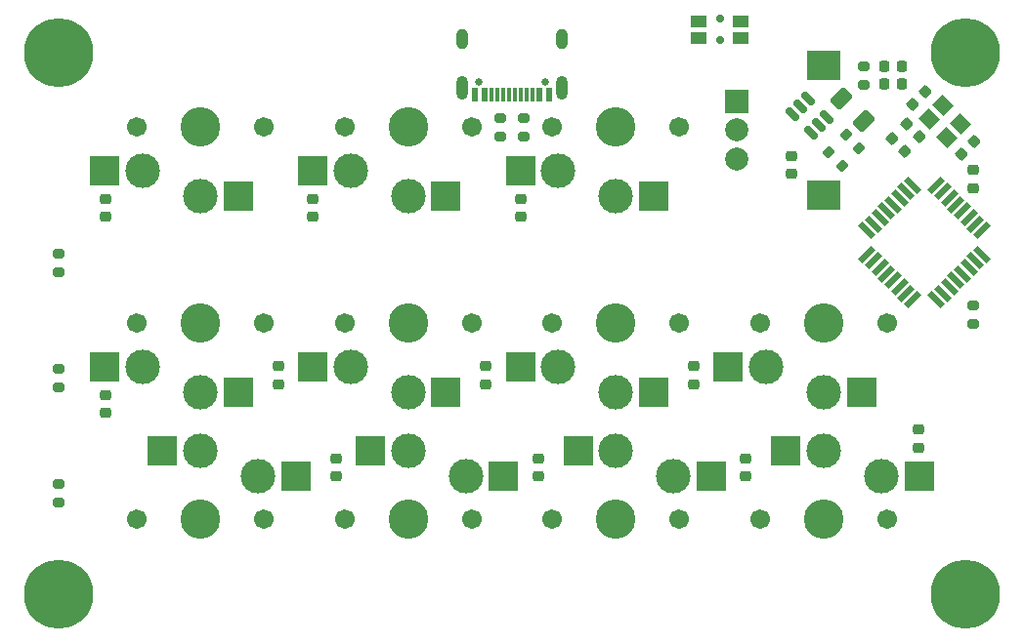
<source format=gbr>
%TF.GenerationSoftware,KiCad,Pcbnew,(7.0.0)*%
%TF.CreationDate,2023-03-20T18:36:51-07:00*%
%TF.ProjectId,Credit Card PCB V1,43726564-6974-4204-9361-726420504342,rev?*%
%TF.SameCoordinates,Original*%
%TF.FileFunction,Soldermask,Bot*%
%TF.FilePolarity,Negative*%
%FSLAX46Y46*%
G04 Gerber Fmt 4.6, Leading zero omitted, Abs format (unit mm)*
G04 Created by KiCad (PCBNEW (7.0.0)) date 2023-03-20 18:36:51*
%MOMM*%
%LPD*%
G01*
G04 APERTURE LIST*
G04 Aperture macros list*
%AMRoundRect*
0 Rectangle with rounded corners*
0 $1 Rounding radius*
0 $2 $3 $4 $5 $6 $7 $8 $9 X,Y pos of 4 corners*
0 Add a 4 corners polygon primitive as box body*
4,1,4,$2,$3,$4,$5,$6,$7,$8,$9,$2,$3,0*
0 Add four circle primitives for the rounded corners*
1,1,$1+$1,$2,$3*
1,1,$1+$1,$4,$5*
1,1,$1+$1,$6,$7*
1,1,$1+$1,$8,$9*
0 Add four rect primitives between the rounded corners*
20,1,$1+$1,$2,$3,$4,$5,0*
20,1,$1+$1,$4,$5,$6,$7,0*
20,1,$1+$1,$6,$7,$8,$9,0*
20,1,$1+$1,$8,$9,$2,$3,0*%
%AMRotRect*
0 Rectangle, with rotation*
0 The origin of the aperture is its center*
0 $1 length*
0 $2 width*
0 $3 Rotation angle, in degrees counterclockwise*
0 Add horizontal line*
21,1,$1,$2,0,0,$3*%
G04 Aperture macros list end*
%ADD10RoundRect,0.250000X-0.707107X-0.176777X-0.176777X-0.707107X0.707107X0.176777X0.176777X0.707107X0*%
%ADD11C,0.700000*%
%ADD12R,1.400000X1.050000*%
%ADD13C,6.000000*%
%ADD14RoundRect,0.225000X-0.225000X-0.250000X0.225000X-0.250000X0.225000X0.250000X-0.225000X0.250000X0*%
%ADD15R,2.000000X2.000000*%
%ADD16C,2.000000*%
%ADD17R,3.000000X2.500000*%
%ADD18C,1.701800*%
%ADD19C,3.000000*%
%ADD20C,3.429000*%
%ADD21R,2.600000X2.600000*%
%ADD22RoundRect,0.218750X0.256250X-0.218750X0.256250X0.218750X-0.256250X0.218750X-0.256250X-0.218750X0*%
%ADD23RoundRect,0.225000X0.335876X0.017678X0.017678X0.335876X-0.335876X-0.017678X-0.017678X-0.335876X0*%
%ADD24RoundRect,0.218750X-0.256250X0.218750X-0.256250X-0.218750X0.256250X-0.218750X0.256250X0.218750X0*%
%ADD25C,0.650000*%
%ADD26R,0.600000X1.150000*%
%ADD27R,0.300000X1.150000*%
%ADD28O,1.000000X1.800000*%
%ADD29O,1.000000X2.100000*%
%ADD30RoundRect,0.200000X-0.335876X-0.053033X-0.053033X-0.335876X0.335876X0.053033X0.053033X0.335876X0*%
%ADD31RoundRect,0.200000X0.275000X-0.200000X0.275000X0.200000X-0.275000X0.200000X-0.275000X-0.200000X0*%
%ADD32RotRect,1.400000X1.200000X315.000000*%
%ADD33RoundRect,0.225000X0.017678X-0.335876X0.335876X-0.017678X-0.017678X0.335876X-0.335876X0.017678X0*%
%ADD34RoundRect,0.200000X-0.275000X0.200000X-0.275000X-0.200000X0.275000X-0.200000X0.275000X0.200000X0*%
%ADD35RotRect,1.600000X0.550000X225.000000*%
%ADD36RotRect,1.600000X0.550000X135.000000*%
%ADD37RoundRect,0.150000X0.468458X-0.256326X-0.256326X0.468458X-0.468458X0.256326X0.256326X-0.468458X0*%
%ADD38RoundRect,0.225000X0.250000X-0.225000X0.250000X0.225000X-0.250000X0.225000X-0.250000X-0.225000X0*%
%ADD39RoundRect,0.225000X-0.017678X0.335876X-0.335876X0.017678X0.017678X-0.335876X0.335876X-0.017678X0*%
G04 APERTURE END LIST*
D10*
%TO.C,F1*%
X155510051Y-72510051D03*
X157489949Y-74489949D03*
%TD*%
D11*
%TO.C,SW0*%
X145000000Y-67400000D03*
X145000000Y-65600000D03*
D12*
X146799999Y-67219999D03*
X143199999Y-67219999D03*
X146799999Y-65779999D03*
X143199999Y-65779999D03*
%TD*%
D11*
%TO.C,H3*%
X167416726Y-116666726D03*
X166250000Y-113850000D03*
X165083274Y-114333274D03*
X164600000Y-115500000D03*
X167416726Y-114333274D03*
X165083274Y-116666726D03*
X166250000Y-117150000D03*
D13*
X166250000Y-115500000D03*
D11*
X167900000Y-115500000D03*
%TD*%
%TO.C,H2*%
X88916726Y-116666726D03*
X87750000Y-113850000D03*
X86583274Y-114333274D03*
X86100000Y-115500000D03*
X88916726Y-114333274D03*
X86583274Y-116666726D03*
X87750000Y-117150000D03*
D13*
X87750000Y-115500000D03*
D11*
X89400000Y-115500000D03*
%TD*%
%TO.C,H1*%
X167416726Y-69666726D03*
X166250000Y-66850000D03*
X165083274Y-67333274D03*
X164600000Y-68500000D03*
X167416726Y-67333274D03*
X165083274Y-69666726D03*
X166250000Y-70150000D03*
D13*
X166250000Y-68500000D03*
D11*
X167900000Y-68500000D03*
%TD*%
%TO.C,H0*%
X88916726Y-69666726D03*
X87750000Y-66850000D03*
X86583274Y-67333274D03*
X86100000Y-68500000D03*
X88916726Y-67333274D03*
X86583274Y-69666726D03*
X87750000Y-70150000D03*
D13*
X87750000Y-68500000D03*
D11*
X89400000Y-68500000D03*
%TD*%
D14*
%TO.C,C3*%
X159225000Y-71250000D03*
X160775000Y-71250000D03*
%TD*%
%TO.C,C2*%
X159225000Y-69750000D03*
X160775000Y-69750000D03*
%TD*%
D15*
%TO.C,SW1*%
X146499999Y-72749999D03*
D16*
X146500000Y-77750000D03*
X146500000Y-75250000D03*
D17*
X153999999Y-69649999D03*
X153999999Y-80849999D03*
%TD*%
D18*
%TO.C,MX9*%
X141500000Y-109000000D03*
D19*
X141000000Y-105250000D03*
D20*
X136000000Y-109000000D03*
D19*
X136000000Y-103050000D03*
D18*
X130500000Y-109000000D03*
D21*
X132724999Y-103049999D03*
X144274999Y-105249999D03*
%TD*%
D18*
%TO.C,MX4*%
X112500000Y-92000000D03*
D19*
X113000000Y-95750000D03*
D20*
X118000000Y-92000000D03*
D19*
X118000000Y-97950000D03*
D18*
X123500000Y-92000000D03*
D21*
X121274999Y-97949999D03*
X109724999Y-95749999D03*
%TD*%
D18*
%TO.C,MX5*%
X130500000Y-92000000D03*
D19*
X131000000Y-95750000D03*
D20*
X136000000Y-92000000D03*
D19*
X136000000Y-97950000D03*
D18*
X141500000Y-92000000D03*
D21*
X139274999Y-97949999D03*
X127724999Y-95749999D03*
%TD*%
D18*
%TO.C,MX6*%
X148500000Y-92000000D03*
D19*
X149000000Y-95750000D03*
D20*
X154000000Y-92000000D03*
D19*
X154000000Y-97950000D03*
D18*
X159500000Y-92000000D03*
D21*
X157274999Y-97949999D03*
X145724999Y-95749999D03*
%TD*%
D18*
%TO.C,MX2*%
X130500000Y-75000000D03*
D19*
X131000000Y-78750000D03*
D20*
X136000000Y-75000000D03*
D19*
X136000000Y-80950000D03*
D18*
X141500000Y-75000000D03*
D21*
X139274999Y-80949999D03*
X127724999Y-78749999D03*
%TD*%
D18*
%TO.C,MX1*%
X112500000Y-75000000D03*
D19*
X113000000Y-78750000D03*
D20*
X118000000Y-75000000D03*
D19*
X118000000Y-80950000D03*
D18*
X123500000Y-75000000D03*
D21*
X121274999Y-80949999D03*
X109724999Y-78749999D03*
%TD*%
D18*
%TO.C,MX10*%
X159500000Y-109000000D03*
D19*
X159000000Y-105250000D03*
D20*
X154000000Y-109000000D03*
D19*
X154000000Y-103050000D03*
D18*
X148500000Y-109000000D03*
D21*
X150724999Y-103049999D03*
X162274999Y-105249999D03*
%TD*%
D18*
%TO.C,MX0*%
X94500000Y-75000000D03*
D19*
X95000000Y-78750000D03*
D20*
X100000000Y-75000000D03*
D19*
X100000000Y-80950000D03*
D18*
X105500000Y-75000000D03*
D21*
X103274999Y-80949999D03*
X91724999Y-78749999D03*
%TD*%
D18*
%TO.C,MX3*%
X94500000Y-92000000D03*
D19*
X95000000Y-95750000D03*
D20*
X100000000Y-92000000D03*
D19*
X100000000Y-97950000D03*
D18*
X105500000Y-92000000D03*
D21*
X103274999Y-97949999D03*
X91724999Y-95749999D03*
%TD*%
D18*
%TO.C,MX7*%
X105500000Y-109000000D03*
D19*
X105000000Y-105250000D03*
D20*
X100000000Y-109000000D03*
D19*
X100000000Y-103050000D03*
D18*
X94500000Y-109000000D03*
D21*
X96724999Y-103049999D03*
X108274999Y-105249999D03*
%TD*%
D18*
%TO.C,MX8*%
X123500000Y-109000000D03*
D19*
X123000000Y-105250000D03*
D20*
X118000000Y-109000000D03*
D19*
X118000000Y-103050000D03*
D18*
X112500000Y-109000000D03*
D21*
X114724999Y-103049999D03*
X126274999Y-105249999D03*
%TD*%
D22*
%TO.C,D2*%
X127750000Y-82787500D03*
X127750000Y-81212500D03*
%TD*%
D23*
%TO.C,C10*%
X162298008Y-75798008D03*
X161201992Y-74701992D03*
%TD*%
%TO.C,C8*%
X161048008Y-77048008D03*
X159951992Y-75951992D03*
%TD*%
D24*
%TO.C,D10*%
X162250000Y-101212500D03*
X162250000Y-102787500D03*
%TD*%
D25*
%TO.C,J1*%
X124110000Y-71055000D03*
X129890000Y-71055000D03*
D26*
X123799999Y-72129999D03*
X124599999Y-72129999D03*
D27*
X125749999Y-72129999D03*
X126749999Y-72129999D03*
X127249999Y-72129999D03*
X128249999Y-72129999D03*
D26*
X129399999Y-72129999D03*
X130199999Y-72129999D03*
X130199999Y-72129999D03*
X129399999Y-72129999D03*
D27*
X128749999Y-72129999D03*
X127749999Y-72129999D03*
X126249999Y-72129999D03*
X125249999Y-72129999D03*
D26*
X124599999Y-72129999D03*
X123799999Y-72129999D03*
D28*
X122679999Y-67374999D03*
D29*
X122679999Y-71554999D03*
D28*
X131319999Y-67374999D03*
D29*
X131319999Y-71554999D03*
%TD*%
D30*
%TO.C,R3*%
X155916637Y-75666637D03*
X157083363Y-76833363D03*
%TD*%
D31*
%TO.C,R5*%
X126000000Y-75825000D03*
X126000000Y-74175000D03*
%TD*%
D32*
%TO.C,Y1*%
X164323222Y-73121141D03*
X165878857Y-74676776D03*
X164676776Y-75878857D03*
X163121141Y-74323222D03*
%TD*%
D33*
%TO.C,C6*%
X167048008Y-76201992D03*
X165951992Y-77298008D03*
%TD*%
D34*
%TO.C,R8*%
X87750000Y-95925000D03*
X87750000Y-97575000D03*
%TD*%
D24*
%TO.C,D8*%
X129250000Y-103712500D03*
X129250000Y-105287500D03*
%TD*%
D22*
%TO.C,D4*%
X106750000Y-97287500D03*
X106750000Y-95712500D03*
%TD*%
D35*
%TO.C,U2*%
X163775304Y-80014896D03*
X164340989Y-80580582D03*
X164906675Y-81146267D03*
X165472360Y-81711952D03*
X166038046Y-82277638D03*
X166603731Y-82843323D03*
X167169416Y-83409009D03*
X167735102Y-83974694D03*
D36*
X167735102Y-86025304D03*
X167169416Y-86590989D03*
X166603731Y-87156675D03*
X166038046Y-87722360D03*
X165472360Y-88288046D03*
X164906675Y-88853731D03*
X164340989Y-89419416D03*
X163775304Y-89985102D03*
D35*
X161724694Y-89985102D03*
X161159009Y-89419416D03*
X160593323Y-88853731D03*
X160027638Y-88288046D03*
X159461952Y-87722360D03*
X158896267Y-87156675D03*
X158330582Y-86590989D03*
X157764896Y-86025304D03*
D36*
X157764896Y-83974694D03*
X158330582Y-83409009D03*
X158896267Y-82843323D03*
X159461952Y-82277638D03*
X160027638Y-81711952D03*
X160593323Y-81146267D03*
X161159009Y-80580582D03*
X161724694Y-80014896D03*
%TD*%
D31*
%TO.C,R4*%
X157500000Y-71325000D03*
X157500000Y-69675000D03*
%TD*%
%TO.C,R6*%
X128000000Y-75825000D03*
X128000000Y-74175000D03*
%TD*%
D22*
%TO.C,D1*%
X109750000Y-82787500D03*
X109750000Y-81212500D03*
%TD*%
%TO.C,D6*%
X142750000Y-97287500D03*
X142750000Y-95712500D03*
%TD*%
D31*
%TO.C,R9*%
X87750000Y-87575000D03*
X87750000Y-85925000D03*
%TD*%
D22*
%TO.C,D3*%
X91750000Y-99787500D03*
X91750000Y-98212500D03*
%TD*%
%TO.C,D5*%
X124750000Y-97287500D03*
X124750000Y-95712500D03*
%TD*%
D31*
%TO.C,R7*%
X87750000Y-107575000D03*
X87750000Y-105925000D03*
%TD*%
D24*
%TO.C,D9*%
X147250000Y-103712500D03*
X147250000Y-105287500D03*
%TD*%
D37*
%TO.C,U1*%
X154226085Y-74132583D03*
X153554334Y-74804334D03*
X152882583Y-75476085D03*
X151273915Y-73867417D03*
X151945666Y-73195666D03*
X152617417Y-72523915D03*
%TD*%
D38*
%TO.C,C1*%
X151250000Y-77475000D03*
X151250000Y-79025000D03*
%TD*%
D30*
%TO.C,R2*%
X154416637Y-77166637D03*
X155583363Y-78333363D03*
%TD*%
D22*
%TO.C,D0*%
X91750000Y-82787500D03*
X91750000Y-81212500D03*
%TD*%
D24*
%TO.C,D7*%
X111750000Y-103712500D03*
X111750000Y-105287500D03*
%TD*%
D39*
%TO.C,C7*%
X162798008Y-71951992D03*
X161701992Y-73048008D03*
%TD*%
D38*
%TO.C,C9*%
X167000000Y-80275000D03*
X167000000Y-78725000D03*
%TD*%
D31*
%TO.C,R1*%
X167000000Y-92075000D03*
X167000000Y-90425000D03*
%TD*%
M02*

</source>
